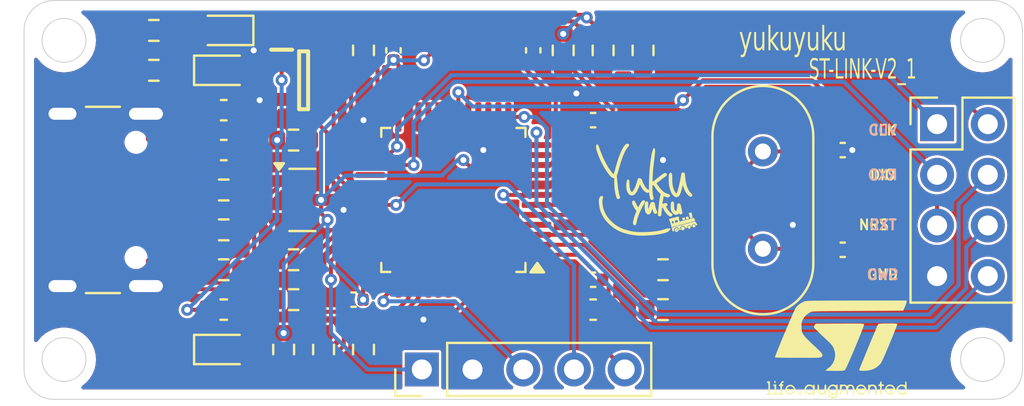
<source format=kicad_pcb>
(kicad_pcb (version 20240108) (generator "pcbnew") (generator_version "8.0")
  (title_block (title "ST-LINK-V2_1") (date "2024-08-02") (rev "Rev2") (company "yukuyuku4123"))
  (layers (0 "F.Cu" signal) (31 "B.Cu" signal) (34 "B.Paste" user) (35 "F.Paste" user) (36 "B.SilkS" user "B.Silkscreen") (37 "F.SilkS" user "F.Silkscreen") (38 "B.Mask" user) (39 "F.Mask" user) (44 "Edge.Cuts" user))
  (net 0 "")
  (net 1 "VCC")
  (net 2 "+3.3V")
  (net 3 "GND")
  (net 4 "/BOOT0")
  (net 5 "/PA0")
  (net 6 "/U_RENUMn")
  (net 7 "Net-(Q1-B)")
  (net 8 "Net-(Q1-E)")
  (net 9 "/D+")
  (net 10 "Net-(J1-CC2)")
  (net 11 "Net-(J1-CC1)")
  (net 12 "Net-(U1-PC13)")
  (net 13 "/NRST")
  (net 14 "/T_SWDIO")
  (net 15 "Net-(U1-PB12)")
  (net 16 "Net-(U1-PC14)")
  (net 17 "Net-(D1-A)")
  (net 18 "Net-(D2-K)")
  (net 19 "Net-(D3-A)")
  (net 20 "Net-(U1-PB3)")
  (net 21 "/T_SWCLK")
  (net 23 "/SWDIO")
  (net 28 "/T_JTDO")
  (net 31 "/OSC_OUT")
  (net 34 "/OSC_IN")
  (net 35 "/D-")
  (net 36 "/STA_LED")
  (net 37 "/T_RXD")
  (net 38 "/T_SWO")
  (net 39 "/T_TXD")
  (net 41 "/T_JTSK")
  (net 42 "/T_NRST")
  (net 46 "/MCO")
  (net 47 "/SWCLK")
  (net 49 "/T_JTDI")
  (net 50 "Net-(F1-Pad1)")
  (net 53 "/U_D-")
  (net 54 "/U_D+")
  (footprint "Package_TO_SOT_SMD:SOT-23" (layer "F.Cu") (at 98.9375 70)
    (property "Reference" "Q1" (hide yes))
    (property "Value" "MMBT3904" (hide yes))
  )
  (footprint "Fuse:Fuse_0603_1608Metric" (layer "F.Cu") (at 95 75.5 180)
    (property "Reference" "F1" (hide yes))
    (property "Value" "350mA" (hide yes))
  )
  (footprint "Logo:Yukuyuku" (layer "F.Cu") (at 116 69)
    (property "Reference" "G***" (hide yes))
    (property "Value" "LOGO" (hide yes))
  )
  (footprint "Capacitor_SMD:C_0402_1005Metric" (layer "F.Cu") (at 101.5 75 180)
    (property "Reference" "C10" (hide yes))
    (property "Value" "0.1uF" (hide yes))
  )
  (footprint "Capacitor_SMD:C_0603_1608Metric" (layer "F.Cu") (at 95 65.5 180)
    (property "Reference" "C3" (hide yes))
    (property "Value" "1uF" (hide yes))
  )
  (footprint "Resistor_SMD:R_0603_1608Metric" (layer "F.Cu") (at 95 71.5)
    (property "Reference" "R7" (hide yes))
    (property "Value" "5.1k" (hide yes))
  )
  (footprint "Capacitor_SMD:C_0402_1005Metric" (layer "F.Cu") (at 110.5 62.5 90)
    (property "Reference" "C1" (hide yes))
    (property "Value" "0.1uF" (hide yes))
  )
  (footprint "Connector_PinHeader_2.54mm:PinHeader_2x04_P2.54mm_Vertical" (layer "F.Cu") (at 130.725 66.2)
    (property "Reference" "J2" (hide yes))
    (property "Value" "OUTPUT" (hide yes))
  )
  (footprint "Resistor_SMD:R_0603_1608Metric" (layer "F.Cu") (at 91.5 63.5 180)
    (property "Reference" "R15" (hide yes))
    (property "Value" "1k" (hide yes))
  )
  (footprint "Resistor_SMD:R_0603_1608Metric" (layer "F.Cu") (at 95 73.5 180)
    (property "Reference" "R10" (hide yes))
    (property "Value" "39k" (hide yes))
  )
  (footprint "Capacitor_SMD:C_0402_1005Metric" (layer "F.Cu") (at 113.5 74 180)
    (property "Reference" "C5" (hide yes))
    (property "Value" "0.1uF" (hide yes))
  )
  (footprint "Capacitor_SMD:C_0402_1005Metric" (layer "F.Cu") (at 113.5 66)
    (property "Reference" "C6" (hide yes))
    (property "Value" "0.1uF" (hide yes))
  )
  (footprint "Resistor_SMD:R_0603_1608Metric" (layer "F.Cu") (at 112 62.5 -90)
    (property "Reference" "R4" (hide yes))
    (property "Value" "10k" (hide yes))
  )
  (footprint "Resistor_SMD:R_0603_1608Metric" (layer "F.Cu") (at 102 62.5 90)
    (property "Reference" "R3" (hide yes))
    (property "Value" "100R" (hide yes))
  )
  (footprint "Resistor_SMD:R_0603_1608Metric" (layer "F.Cu") (at 98.5 67)
    (property "Reference" "R9" (hide yes))
    (property "Value" "10k" (hide yes))
  )
  (footprint "Capacitor_SMD:C_0402_1005Metric" (layer "F.Cu") (at 103.5 62.5 90)
    (property "Reference" "C8" (hide yes))
    (property "Value" "0.1uF" (hide yes))
  )
  (footprint "Crystal:Crystal_HC49-4H_Vertical" (layer "F.Cu") (at 122 72.45 90)
    (property "Reference" "Y1" (hide yes))
    (property "Value" "8mHz" (hide yes))
  )
  (footprint "Capacitor_SMD:C_0402_1005Metric" (layer "F.Cu") (at 126 67.5)
    (property "Reference" "C9" (hide yes))
    (property "Value" "18pF" (hide yes))
  )
  (footprint "Resistor_SMD:R_0603_1608Metric" (layer "F.Cu") (at 116 62.5 90)
    (property "Reference" "R13" (hide yes))
    (property "Value" "4.7k" (hide yes))
  )
  (footprint "Connector_PinHeader_2.54mm:PinHeader_1x05_P2.54mm_Vertical" (layer "F.Cu") (at 104.92 78.5 90)
    (property "Reference" "J3" (hide yes))
    (property "Value" "frm" (hide yes))
  )
  (footprint "Logo:ST" (layer "F.Cu") (at 125.7 77.5)
    (property "Reference" "G***" (hide yes))
    (property "Value" "LOGO" (hide yes))
  )
  (footprint "Resistor_SMD:R_0603_1608Metric" (layer "F.Cu") (at 95 69.5 180)
    (property "Reference" "R6" (hide yes))
    (property "Value" "5.1k" (hide yes))
  )
  (footprint "Resistor_SMD:R_0603_1608Metric" (layer "F.Cu") (at 102 77.5 -90)
    (property "Reference" "R1" (hide yes))
    (property "Value" "10k" (hide yes))
  )
  (footprint "Resistor_SMD:R_0603_1608Metric" (layer "F.Cu") (at 114 62.5 -90)
    (property "Reference" "R12" (hide yes))
    (property "Value" "4.7k" (hide yes))
  )
  (footprint "Resistor_SMD:R_0603_1608Metric" (layer "F.Cu") (at 98 77.5 -90)
    (property "Reference" "R16" (hide yes))
    (property "Value" "1k" (hide yes))
  )
  (footprint "Resistor_SMD:R_0603_1608Metric" (layer "F.Cu") (at 98.5 75)
    (property "Reference" "R11" (hide yes))
    (property "Value" "100" (hide yes))
  )
  (footprint "Capacitor_SMD:C_0603_1608Metric" (layer "F.Cu") (at 95 67.5 180)
    (property "Reference" "C4" (hide yes))
    (property "Value" "1uF" (hide yes))
  )
  (footprint "Resistor_SMD:R_0603_1608Metric" (layer "F.Cu") (at 98.5 73)
    (property "Reference" "R8" (hide yes))
    (property "Value" "1.5k" (hide yes))
  )
  (footprint "LED_SMD:LED_0603_1608Metric" (layer "F.Cu") (at 95 63.5)
    (property "Reference" "D2" (hide yes))
    (property "Value" "LED" (hide yes))
  )
  (footprint "LED_SMD:LED_0603_1608Metric" (layer "F.Cu") (at 95 61.5 180)
    (property "Reference" "D1" (hide yes))
    (property "Value" "LED" (hide yes))
  )
  (footprint "Resistor_SMD:R_0603_1608Metric" (layer "F.Cu") (at 91.5 61.5)
    (property "Reference" "R14" (hide yes))
    (property "Value" "1k" (hide yes))
  )
  (footprint "Package_QFP:LQFP-48_7x7mm_P0.5mm" (layer "F.Cu") (at 106.5 70 180)
    (property "Reference" "U1" (hide yes))
    (property "Value" "STM32F103CBTx" (hide yes))
  )
  (footprint "Connector_USB:USB_C_Receptacle_GCT_USB4105-xx-A_16P_TopMnt_Horizontal" (layer "F.Cu") (at 88 70 -90)
    (property "Reference" "J1" (hide yes))
    (property "Value" "USB_C_Receptacle_USB2.0_16P" (hide yes))
  )
  (footprint "Capacitor_SMD:C_0402_1005Metric" (layer "F.Cu") (at 126 72.5)
    (property "Reference" "C7" (hide yes))
    (property "Value" "18pF" (hide yes))
  )
  (footprint "Resistor_SMD:R_0603_1608Metric" (layer "F.Cu") (at 117 75.5)
    (property "Reference" "R5" (hide yes))
    (property "Value" "10k" (hide yes))
  )
  (footprint "Capacitor_SMD:C_0603_1608Metric" (layer "F.Cu") (at 113.5 75.5 180)
    (property "Reference" "C2" (hide yes))
    (property "Value" "4.7uF" (hide yes))
  )
  (footprint "SamacSys_Parts:SOT96P240X135-3N" (layer "F.Cu") (at 99 64)
    (property "Reference" "IC1" (hide yes))
    (property "Value" "AP7333-33SAG-7" (hide yes))
  )
  (footprint "LED_SMD:LED_0603_1608Metric" (layer "F.Cu") (at 95 77.5)
    (property "Reference" "D3" (hide yes))
    (property "Value" "LED" (hide yes))
  )
  (footprint "Resistor_SMD:R_0603_1608Metric" (layer "F.Cu") (at 117 73.5)
    (property "Reference" "R2" (hide yes))
    (property "Value" "10k" (hide yes))
  )
  (footprint "Resistor_SMD:R_0603_1608Metric" (layer "F.Cu") (at 100 77.5 90)
    (property "Reference" "R17" (hide yes))
    (property "Value" "10k" (hide yes))
  )
  (gr_line (start 85 78.5) (end 85 61.5) (stroke (width 0.05)) (layer "Edge.Cuts"))
  (gr_circle (center 133 62) (end 134.1 62) (stroke (width 0.05)) (fill none) (layer "Edge.Cuts"))
  (gr_circle (center 87 78) (end 88.1 78) (stroke (width 0.05)) (fill none) (layer "Edge.Cuts"))
  (gr_arc (start 85 61.5) (mid 85.43934 60.43934) (end 86.5 60) (stroke (width 0.05)) (layer "Edge.Cuts"))
  (gr_arc (start 135 78.5) (mid 134.56066 79.56066) (end 133.5 80) (stroke (width 0.05)) (layer "Edge.Cuts"))
  (gr_arc (start 86.5 80) (mid 85.43934 79.56066) (end 85 78.5) (stroke (width 0.05)) (layer "Edge.Cuts"))
  (gr_line (start 135 61.5) (end 135 78.5) (stroke (width 0.05)) (layer "Edge.Cuts"))
  (gr_arc (start 133.5 60) (mid 134.56066 60.43934) (end 135 61.5) (stroke (width 0.05)) (layer "Edge.Cuts"))
  (gr_circle (center 87 62) (end 88.1 62) (stroke (width 0.05)) (fill none) (layer "Edge.Cuts"))
  (gr_line (start 86.5 60) (end 133.5 60) (stroke (width 0.05)) (layer "Edge.Cuts"))
  (gr_line (start 133.5 80) (end 86.5 80) (stroke (width 0.05)) (layer "Edge.Cuts"))
  (gr_circle (center 133 78) (end 134.1 78) (stroke (width 0.05)) (fill none) (layer "Edge.Cuts"))
  (gr_text "SWO" (at 128 73.75 0) (layer "B.SilkS") (effects (font (size 0.5 0.5) (thickness 0.1)) (justify mirror)))
  (gr_text "RXD" (at 128 68.75 0) (layer "B.SilkS") (effects (font (size 0.5 0.5) (thickness 0.1)) (justify mirror)))
  (gr_text "VDD" (at 128 66.5 -0) (layer "B.SilkS") (effects (font (size 0.5 0.5) (thickness 0.1)) (justify mirror)))
  (gr_text "TXD" (at 128 71.25 0) (layer "B.SilkS") (effects (font (size 0.5 0.5) (thickness 0.1)) (justify mirror)))
  (gr_text "yukuyuku" (at 123.5 62 0) (layer "F.SilkS") (effects (font (size 1.2 0.8) (thickness 0.1))))
  (gr_text "CLK" (at 128 66.5 0) (layer "F.SilkS") (effects (font (size 0.5 0.5) (thickness 0.1))))
  (gr_text "DIO" (at 128 68.75 0) (layer "F.SilkS") (effects (font (size 0.5 0.5) (thickness 0.1))))
  (gr_text "NRST" (at 127.75 71.25 0) (layer "F.SilkS") (effects (font (size 0.5 0.5) (thickness 0.1))))
  (gr_text "GND" (at 128 73.75 0) (layer "F.SilkS") (effects (font (size 0.5 0.5) (thickness 0.1))))
  (gr_text "ST-LINK-V2_1" (at 127 63.5 0) (layer "F.SilkS") (effects (font (size 1 0.6) (thickness 0.1))))
  (segment (start 97.9 63.04) (end 97.9 63.99) (width 0.2) (layer "F.Cu") (net 1))
  (segment (start 95.775 65.5) (end 95.775 65.165) (width 0.2) (layer "F.Cu") (net 1))
  (segment (start 93.17 75.51) (end 94.2025 75.51) (width 0.2) (layer "F.Cu") (net 1))
  (segment (start 94.2025 75.51) (end 94.2125 75.5) (width 0.2) (layer "F.Cu") (net 1))
  (segment (start 95.775 65.165) (end 97.9 63.04) (width 0.2) (layer "F.Cu") (net 1))
  (via (at 93.17 75.51) (size 0.6) (drill 0.3) (layers "F.Cu" "B.Cu") (net 1))
  (via (at 97.9 63.99) (size 0.6) (drill 0.3) (layers "F.Cu" "B.Cu") (net 1))
  (via (at 97.675 67) (size 0.6) (drill 0.3) (layers "F.Cu" "B.Cu") (net 1))
  (segment (start 97.675 67) (end 97.675 71.005) (width 0.2) (layer "B.Cu") (net 1))
  (segment (start 97.675 71.005) (end 93.17 75.51) (width 0.2) (layer "B.Cu") (net 1))
  (segment (start 97.9 63.99) (end 97.9 66.775) (width 0.2) (layer "B.Cu") (net 1))
  (segment (start 97.9 66.775) (end 97.675 67) (width 0.2) (layer "B.Cu") (net 1))
  (segment (start 108.50417 72.75) (end 109.25 73.49583) (width 0.2) (layer "F.Cu") (net 2))
  (segment (start 114.275 74.295) (end 113.98 74) (width 0.2) (layer "F.Cu") (net 2))
  (segment (start 91.9 62.725) (end 94.652186 62.725) (width 0.2) (layer "F.Cu") (net 2))
  (segment (start 99.875 70) (end 99.875 70.675) (width 0.2) (layer "F.Cu") (net 2))
  (segment (start 127.875 60.81) (end 114.865 60.81) (width 0.2) (layer "F.Cu") (net 2))
  (segment (start 95.025 66.75) (end 95.775 67.5) (width 0.2) (layer "F.Cu") (net 2))
  (segment (start 98.51 64.96) (end 97.9 64.96) (width 0.2) (layer "F.Cu") (net 2))
  (segment (start 113.18 60.85) (end 113.051 60.721) (width 0.2) (layer "F.Cu") (net 2))
  (segment (start 114.275 75.5) (end 114.275 77.695) (width 0.2) (layer "F.Cu") (net 2))
  (segment (start 113.02 67.05917) (end 111.32917 68.75) (width 0.2) (layer "F.Cu") (net 2))
  (segment (start 110.6625 72.75) (end 112.73 72.75) (width 0.2) (layer "F.Cu") (net 2))
  (segment (start 95.775 67.5) (end 95.775 67.085) (width 0.2) (layer "F.Cu") (net 2))
  (segment (start 112.73 72.75) (end 113.98 74) (width 0.2) (layer "F.Cu") (net 2))
  (segment (start 101.98 73.1075) (end 102.3375 72.75) (width 0.2) (layer "F.Cu") (net 2))
  (segment (start 102.3375 72.75) (end 108.50417 72.75) (width 0.2) (layer "F.Cu") (net 2))
  (segment (start 107.75 68.75) (end 107 68) (width 0.2) (layer "F.Cu") (net 2))
  (segment (start 98 76.675) (end 100 76.675) (width 0.2) (layer "F.Cu") (net 2))
  (segment (start 109.25 73.49583) (end 109.25 74.1625) (width 0.2) (layer "F.Cu") (net 2))
  (segment (start 100.175 66.625) (end 98.51 64.96) (width 0.2) (layer "F.Cu") (net 2))
  (segment (start 99.875 70.675) (end 100.2 71) (width 0.2) (layer "F.Cu") (net 2))
  (segment (start 94.652186 62.725) (end 95.025 63.097814) (width 0.2) (layer "F.Cu") (net 2))
  (segment (start 109.25 74.1625) (end 110.6625 72.75) (width 0.2) (layer "F.Cu") (net 2))
  (segment (start 103.75 63.23) (end 103.5 62.98) (width 0.2) (layer "F.Cu") (net 2))
  (segment (start 101.98 75) (end 101.98 73.1075) (width 0.2) (layer "F.Cu") (net 2))
  (segment (start 111.32917 68.75) (end 110.6625 68.75) (width 0.2) (layer "F.Cu") (net 2))
  (segment (start 114.275 75.5) (end 114.275 74.295) (width 0.2) (layer "F.Cu") (net 2))
  (segment (start 113.051 60.721) (end 107.309 60.721) (width 0.2) (layer "F.Cu") (net 2))
  (segment (start 107.309 60.721) (end 105.03 63) (width 0.2) (layer "F.Cu") (net 2))
  (segment (start 133.265 66.2) (end 127.875 60.81) (width 0.2) (layer "F.Cu") (net 2))
  (segment (start 95.775 67.085) (end 97.9 64.96) (width 0.2) (layer "F.Cu") (net 2))
  (segment (start 114.865 60.81) (end 114 61.675) (width 0.2) (layer "F.Cu") (net 2))
  (segment (start 103.75 65.8375) (end 103.75 63.23) (width 0.2) (layer "F.Cu") (net 2))
  (segment (start 110.6625 68.75) (end 107.75 68.75) (width 0.2) (layer "F.Cu") (net 2))
  (segment (start 113.02 66) (end 113.02 67.05917) (width 0.2) (layer "F.Cu") (net 2))
  (segment (start 114.275 77.695) (end 115.08 78.5) (width 0.2) (layer "F.Cu") (net 2))
  (segment (start 100.175 69.7) (end 100.175 66.625) (width 0.2) (layer "F.Cu") (net 2))
  (segment (start 114 61.675) (end 114 61.67) (width 0.2) (layer "F.Cu") (net 2))
  (segment (start 99.875 70) (end 100.175 69.7) (width 0.2) (layer "F.Cu") (net 2))
  (segment (start 90.675 61.5) (end 91.9 62.725) (width 0.2) (layer "F.Cu") (net 2))
  (segment (start 95.025 63.097814) (end 95.025 66.75) (width 0.2) (layer "F.Cu") (net 2))
  (segment (start 114 61.67) (end 113.18 60.85) (width 0.2) (layer "F.Cu") (net 2))
  (via (at 101.98 75) (size 0.6) (drill 0.3) (layers "F.Cu" "B.Cu") (net 2))
  (via (at 98 76.675) (size 0.6) (drill 0.3) (layers "F.Cu" "B.Cu") (net 2))
  (via (at 103.5 62.98) (size 0.6) (drill 0.3) (layers "F.Cu" "B.Cu") (net 2))
  (via (at 113.18 60.85) (size 0.6) (drill 0.3) (layers "F.Cu" "B.Cu") (net 2))
  (via (at 99.875 70) (size 0.6) (drill 0.3) (layers "F.Cu" "B.Cu") (net 2))
  (via (at 105.03 63) (size 0.6) (drill 0.3) (layers "F.Cu" "B.Cu") (net 2))
  (via (at 100.2 71) (size 0.6) (drill 0.3) (layers "F.Cu" "B.Cu") (net 2))
  (via (at 112 61.675) (size 0.6) (drill 0.3) (layers "F.Cu" "B.Cu") (net 2))
  (via (at 107 68) (size 0.6) (drill 0.3) (layers "F.Cu" "B.Cu") (net 2))
  (segment (start 106.71 68) (end 107 68) (width 0.2) (layer "B.Cu") (net 2))
  (segment (start 100.2 73.028291) (end 101.98 74.808291) (width 0.2) (layer "B.Cu") (net 2))
  (segment (start 100.2 71) (end 98 73.2) (width 0.2) (layer "B.Cu") (net 2))
  (segment (start 103.52 63) (end 103.5 62.98) (width 0.2) (layer "B.Cu") (net 2))
  (segment (start 100.2 71) (end 100.2 73.028291) (width 0.2) (layer "B.Cu") (net 2))
  (segment (start 105.933 68.777) (end 101.098 68.777) (width 0.2) (layer "B.Cu") (net 2))
  (segment (start 112.825 60.85) (end 112 61.675) (width 0.2) (layer "B.Cu") (net 2))
  (segment (start 105.03 63) (end 103.52 63) (width 0.2) (layer "B.Cu") (net 2))
  (segment (start 101.98 74.808291) (end 101.98 75) (width 0.2) (layer "B.Cu") (net 2))
  (segment (start 103.5 62.98) (end 99.875 66.605) (width 0.2) (layer "B.Cu") (net 2))
  (segment (start 105.933 68.777) (end 106.71 68) (width 0.2) (layer "B.Cu") (net 2))
  (segment (start 113.18 60.85) (end 112.825 60.85) (width 0.2) (layer "B.Cu") (net 2))
  (segment (start 98 73.2) (end 98 76.675) (width 0.2) (layer "B.Cu") (net 2))
  (segment (start 101.098 68.777) (end 99.875 70) (width 0.2) (layer "B.Cu") (net 2))
  (segment (start 99.875 66.605) (end 99.875 70) (width 0.2) (layer "B.Cu") (net 2))
  (segment (start 90.048 62.873) (end 90.675 63.5) (width 0.2) (layer "F.Cu") (net 3))
  (segment (start 86.925 74.32) (end 91.105 74.32) (width 0.2) (layer "F.Cu") (net 3))
  (segment (start 94.2125 77.5) (end 94.9145 76.798) (width 0.2) (layer "F.Cu") (net 3))
  (segment (start 111.399999 69.25) (end 110.6625 69.25) (width 0.2) (layer "F.Cu") (net 3))
  (segment (start 112.481 62.653) (end 113.29 63.462) (width 0.2) (layer "F.Cu") (net 3))
  (segment (start 91.105 65.68) (end 86.925 65.68) (width 0.2) (layer "F.Cu") (net 3))
  (segment (start 116.702 62.377) (end 116.702 66.014) (width 0.2) (layer "F.Cu") (net 3))
  (segment (start 91.105 74.3925) (end 94.2125 77.5) (width 0.2) (layer "F.Cu") (net 3))
  (segment (start 94.175 73.5) (end 94.175 73.15) (width 0.2) (layer "F.Cu") (net 3))
  (segment (start 126.352898 72.5) (end 126.48 72.5) (width 0.2) (layer "F.Cu") (net 3))
  (segment (start 125.352898 73.5) (end 126.352898 72.5) (width 0.2) (layer "F.Cu") (net 3))
  (segment (start 100.1 64) (end 100.1 63.34) (width 0.2) (layer "F.Cu") (net 3))
  (segment (start 86.925 74.32) (end 86.925 65.68) (width 0.2) (layer "F.Cu") (net 3))
  (segment (start 107.46 78.5) (end 108.75 77.21) (width 0.2) (layer "F.Cu") (net 3))
  (segment (start 94.9145 76.798) (end 95.632 76.798) (width 0.2) (layer "F.Cu") (net 3))
  (segment (start 94.225 65.5) (end 94.225 67.5) (width 0.2) (layer "F.Cu") (net 3))
  (segment (start 108.75 74.1625) (end 108.75 74.899999) (width 0.2) (layer "F.Cu") (net 3))
  (segment (start 101.67083 72.25) (end 102.3375 72.25) (width 0.2) (layer "F.Cu") (net 3))
  (segment (start 102.902 77.423) (end 106.383 77.423) (width 0.2) (layer "F.Cu") (net 3))
  (segment (start 94.64 73.5) (end 94.175 73.5) (width 0.2) (layer "F.Cu") (net 3))
  (segment (start 91.285 65.5) (end 91.105 65.68) (width 0.2) (layer "F.Cu") (net 3))
  (segment (start 90.292588 60.798) (end 90.048 61.042588) (width 0.2) (layer "F.Cu") (net 3))
  (segment (start 95.825 69.5) (end 94.225 67.9) (width 0.2) (layer "F.Cu") (net 3))
  (segment (start 91.105 65.68) (end 91.105 66.225) (width 0.2) (layer "F.Cu") (net 3))
  (segment (start 125.573 66.593) (end 116.123 66.593) (width 0.2) (layer "F.Cu") (net 3))
  (segment (start 116.123 66.593) (end 113.482 63.952) (width 0.2) (layer "F.Cu") (net 3))
  (segment (start 109.350001 75.5) (end 112.725 75.5) (width 0.2) (layer "F.Cu") (net 3))
  (segment (start 126.48 67.5) (end 126.48 72.5) (width 0.2) (layer "F.Cu") (net 3))
  (segment (start 110.6355 69.223) (end 106.27717 69.223) (width 0.2) (layer "F.Cu") (net 3))
  (segment (start 95.632 76.798) (end 96.452 75.978) (width 0.2) (layer "F.Cu") (net 3))
  (segment (start 108.75 77.21) (end 108.75 74.1625) (width 0.2) (layer "F.Cu") (net 3))
  (segment (start 102.528 61.048) (end 103.5 62.02) (width 0.2) (layer "F.Cu") (net 3))
  (segment (start 126.48 67.5) (end 125.573 66.593) (width 0.2) (layer "F.Cu") (net 3))
  (segment (start 95.825 69.5) (end 95.825 71.5) (width 0.2) (layer "F.Cu") (net 3))
  (segment (start 127.8 73.82) (end 126.48 72.5) (width 0.2) (layer "F.Cu") (net 3))
  (segment (start 101.373 78.952) (end 102 78.325) (width 0.2) (layer "F.Cu") (net 3))
  (segment (start 91.105 73.775) (end 91.68 73.2) (width 0.2) (layer "F.Cu") (net 3))
  (segment (start 90.048 61.042588) (end 90.048 62.873) (width 0.2) (layer "F.Cu") (net 3))
  (segment (start 111.133 62.653) (end 112.481 62.653) (width 0.2) (layer "F.Cu") (net 3))
  (segment (start 117.825 75.5) (end 117.825 73.5) (width 0.2) (layer "F.Cu") (net 3))
  (segment (start 108.75 74.899999) (end 109.350001 75.5) (width 0.2) (layer "F.Cu") (net 3))
  (segment (start 113.98 65.98) (end 112.66 64.66) (width 0.2) (layer "F.Cu") (net 3))
  (segment (start 104.25 65.8375) (end 104.25 67.244709) (width 0.2) (layer "F.Cu") (net 3))
  (segment (start 100.1 63.34) (end 97.558 60.798) (width 0.2) (layer "F.Cu") (net 3))
  (segment (start 113.02 74) (end 113.02 75.205) (width 0.2) (layer "F.Cu") (net 3))
  (segment (start 90.675 65.25) (end 91.105 65.68) (width 0.2) (layer "F.Cu") (net 3))
  (segment (start 101.02 72.90083) (end 101.67083 72.25) (width 0.2) (layer "F.Cu") (net 3))
  (segment (start 103.25017 72.25) (end 102.3375 72.25) (width 0.2) (layer "F.Cu") (net 3))
  (segment (start 113.98 66) (end 113.98 66.669999) (width 0.2) (layer "F.Cu") (net 3))
  (segment (start 103.5 62.02) (end 104.25 62.77) (width 0.2) (layer "F.Cu") (net 3))
  (segment (start 95.6645 78.952) (end 101.373 78.952) (width 0.2) (layer "F.Cu") (net 3))
  (segment (start 104.25 62.77) (end 104.25 65.8375) (width 0.2) (layer "F.Cu") (net 3))
  (segment (start 110.6625 69.25) (end 110.6355 69.223) (width 0.2) (layer "F.Cu") (net 3))
  (segment (start 91.105 74.32) (end 91.105 73.775) (width 0.2) (layer "F.Cu") (net 3))
  (segment (start 117.825 73.5) (end 125.352898 73.5) (width 0.2) (layer "F.Cu") (net 3))
  (segment (start 94.2125 77.5) (end 95.6645 78.952) (width 0.2) (layer "F.Cu") (net 3))
  (segment (start 94.175 73.15) (end 95.825 71.5) (width 0.2) (layer "F.Cu") (net 3))
  (segment (start 96.452 75.978) (end 96.452 75.052) (width 0.2) (layer "F.Cu") (net 3))
  (segment (start 104.25 67.244709) (end 106.228291 69.223) (width 0.2) (layer "F.Cu") (net 3))
  (segment (start 94.225 65.5) (end 91.285 65.5) (width 0.2) (layer "F.Cu") (net 3))
  (segment (start 101.02 75) (end 101.02 72.90083) (width 0.2) (layer "F.Cu") (net 3))
  (segment (start 101.542588 61.048) (end 102.528 61.048) (width 0.2) (layer "F.Cu") (net 3))
  (segment (start 91.105 74.32) (end 91.105 74.3925) (width 0.2) (layer "F.Cu") (net 3))
  (segment (start 97.558 60.798) (end 90.292588 60.798) (width 0.2) (layer "F.Cu") (net 3))
  (segment (start 113.98 66.669999) (end 111.399999 69.25) (width 0.2) (layer "F.Cu") (net 3))
  (segment (start 116.702 66.014) (end 116.123 66.593) (width 0.2) (layer "F.Cu") (net 3))
  (segment (start 116 61.675) (end 116.702 62.377) (width 0.2) (layer "F.Cu") (net 3))
  (segment (start 91.105 66.225) (end 91.68 66.8) (width 0.2) (layer "F.Cu") (net 3))
  (segment (start 110.5 62.02) (end 111.133 62.653) (width 0.2) (layer "F.Cu") (net 3))
  (segment (start 100.1 64) (end 100.1 62.490588) (width 0.2) (layer "F.Cu") (net 3))
  (segment (start 106.383 77.423) (end 107.46 78.5) (width 0.2) (layer "F.Cu") (net 3))
  (segment (start 130.725 73.82) (end 127.8 73.82) (width 0.2) (layer "F.Cu") (net 3))
  (segment (start 95.342 74.202) (end 94.64 73.5) (width 0.2) (layer "F.Cu") (net 3))
  (segment (start 113.29 63.462) (end 113.29 63.76) (width 0.2) (layer "F.Cu") (net 3))
  (segment (start 106.228291 69.223) (end 106.27717 69.223) (width 0.2) (layer "F.Cu") (net 3))
  (segment (start 113.98 66) (end 113.98 65.98) (width 0.2) (layer "F.Cu") (net 3))
  (segment (start 113.02 75.205) (end 112.725 75.5) (width 0.2) (layer "F.Cu") (net 3))
  (segment (start 94.225 67.9) (end 94.225 67.5) (width 0.2) (layer "F.Cu") (net 3))
  (segment (start 96.452 75.052) (end 95.602 74.202) (width 0.2) (layer "F.Cu") (net 3))
  (segment (start 100.1 62.490588) (end 101.542588 61.048) (width 0.2) (layer "F.Cu") (net 3))
  (segment (start 113.29 63.76) (end 113.482 63.952) (width 0.2) (layer "F.Cu") (net 3))
  (segment (start 90.675 63.5) (end 90.675 65.25) (width 0.2) (layer "F.Cu") (net 3))
  (segment (start 95.602 74.202) (end 95.342 74.202) (width 0.2) (layer "F.Cu") (net 3))
  (segment (start 106.27717 69.223) (end 103.25017 72.25) (width 0.2) (layer "F.Cu") (net 3))
  (segment (start 102 78.325) (end 102.902 77.423) (width 0.2) (layer "F.Cu") (net 3))
  (via (at 117 68) (size 0.6) (drill 0.3) (layers "F.Cu" "B.Cu") (net 3))
  (via (at 108 67.5) (size 0.6) (drill 0.3) (layers "F.Cu" "B.Cu") (net 3))
  (via (at 101 70.5) (size 0.6) (drill 0.3) (layers "F.Cu" "B.Cu") (net 3))
  (via (at 123.5 71.25) (size 0.6) (drill 0.3) (layers "F.Cu" "B.Cu") (net 3))
  (via (at 112.66 64.66) (size 0.6) (drill 0.3) (layers "F.Cu" "B.Cu") (net 3))
  (via (at 96.8 65) (size 0.6) (drill 0.3) (layers "F.Cu" "B.Cu") (net 3))
  (via (at 105 76) (size 0.6) (drill 0.3) (layers "F.Cu" "B.Cu") (net 3))
  (via (at 96.5 62.5) (size 0.6) (drill 0.3) (layers "F.Cu" "B.Cu") (net 3))
  (via (at 102 66) (size 0.6) (drill 0.3) (layers "F.Cu" "B.Cu") (net 3))
  (via (at 126.48 67.5) (size 0.6) (drill 0.3) (layers "F.Cu" "B.Cu") (net 3))
  (segment (start 112.847 64.473) (end 123.453 64.473) (width 0.2) (layer "B.Cu") (net 3))
  (segment (start 123.453 64.473) (end 126.48 67.5) (width 0.2) (layer "B.Cu") (net 3))
  (segment (start 112.66 64.66) (end 112.847 64.473) (width 0.2) (layer "B.Cu") (net 3))
  (segment (start 102 76.675) (end 105.50741 76.675) (width 0.2) (layer "F.Cu") (net 4))
  (segment (start 105.50741 76.675) (end 107.25 74.93241) (width 0.2) (layer "F.Cu") (net 4))
  (segment (start 107.25 74.93241) (end 107.25 74.1625) (width 0.2) (layer "F.Cu") (net 4))
  (segment (start 111.627 67.95217) (end 111.627 64.947) (width 0.2) (layer "F.Cu") (net 5))
  (segment (start 113.298 62.623) (end 114 63.325) (width 0.2) (layer "F.Cu") (net 5))
  (segment (start 112.508 61.048) (end 113.298 61.838) (width 0.2) (layer "F.Cu") (net 5))
  (segment (start 109.95 61.737102) (end 110.639102 61.048) (width 0.2) (layer "F.Cu") (net 5))
  (segment (start 114 63.325) (end 116 63.325) (width 0.2) (layer "F.Cu") (net 5))
  (segment (start 111.32917 68.25) (end 111.627 67.95217) (width 0.2) (layer "F.Cu") (net 5))
  (segment (start 109.95 63.27) (end 109.95 61.737102) (width 0.2) (layer "F.Cu") (net 5))
  (segment (start 113.298 61.838) (end 113.298 62.623) (width 0.2) (layer "F.Cu") (net 5))
  (segment (start 111.627 64.947) (end 109.95 63.27) (width 0.2) (layer "F.Cu") (net 5))
  (segment (start 110.6625 68.25) (end 111.32917 68.25) (width 0.2) (layer "F.Cu") (net 5))
  (segment (start 110.639102 61.048) (end 112.508 61.048) (width 0.2) (layer "F.Cu") (net 5))
  (segment (start 104.25 74.95) (end 104.25 74.1625) (width 0.2) (layer "F.Cu") (net 6))
  (segment (start 103.59 75.61) (end 104.25 74.95) (width 0.2) (layer "F.Cu") (net 6))
  (segment (start 99.325 75) (end 99.935 75.61) (width 0.2) (layer "F.Cu") (net 6))
  (segment (start 99.935 75.61) (end 103.59 75.61) (width 0.2) (layer "F.Cu") (net 6))
  (segment (start 98 69.05) (end 99.325 67.725) (width 0.2) (layer "F.Cu") (net 7))
  (segment (start 99.325 67.725) (end 99.325 67) (width 0.2) (layer "F.Cu") (net 7))
  (segment (start 96.525 72.8) (end 96.525 70.525) (width 0.2) (layer "F.Cu") (net 7))
  (segment (start 96.525 70.525) (end 98 69.05) (width 0.2) (layer "F.Cu") (net 7))
  (segment (start 95.825 73.5) (end 96.525 72.8) (width 0.2) (layer "F.Cu") (net 7))
  (segment (start 96.175 73.5) (end 97.675 75) (width 0.2) (layer "F.Cu") (net 7))
  (segment (start 95.825 73.5) (end 96.175 73.5) (width 0.2) (layer "F.Cu") (net 7))
  (segment (start 97.675 71.275) (end 98 70.95) (width 0.2) (layer "F.Cu") (net 8))
  (segment (start 97.675 73) (end 97.675 71.275) (width 0.2) (layer "F.Cu") (net 8))
  (segment (start 99.325 73) (end 101.075 71.25) (width 0.2) (layer "F.Cu") (net 9))
  (segment (start 101.075 71.25) (end 102.3375 71.25) (width 0.2) (layer "F.Cu") (net 9))
  (segment (start 92.69 71.75) (end 91.68 71.75) (width 0.2) (layer "F.Cu") (net 10))
  (segment (start 94.175 71.5) (end 92.94 71.5) (width 0.2) (layer "F.Cu") (net 10))
  (segment (start 92.94 71.5) (end 92.69 71.75) (width 0.2) (layer "F.Cu") (net 10))
  (segment (start 93.025686 69.39) (end 93.03 69.39) (width 0.2) (layer "F.Cu") (net 11))
  (segment (start 93.14 69.5) (end 94.175 69.5) (width 0.2) (layer "F.Cu") (net 11))
  (segment (start 93.03 69.39) (end 93.14 69.5) (width 0.2) (layer "F.Cu") (net 11))
  (segment (start 91.68 68.75) (end 92.385686 68.75) (width 0.2) (layer "F.Cu") (net 11))
  (segment (start 92.385686 68.75) (end 93.025686 69.39) (width 0.2) (layer "F.Cu") (net 11))
  (segment (start 116.175 75.362102) (end 116.175 75.5) (width 0.2) (layer "F.Cu") (net 12))
  (segment (start 113.062898 72.25) (end 116.175 75.362102) (width 0.2) (layer "F.Cu") (net 12))
  (segment (start 110.6625 72.25) (end 113.062898 72.25) (width 0.2) (layer "F.Cu") (net 12))
  (segment (start 109 69.75) (end 110.6625 69.75) (width 0.2) (layer "F.Cu") (net 13))
  (segment (start 111.399999 69.75) (end 114.487 66.662999) (width 0.2) (layer "F.Cu") (net 13))
  (segment (start 114.487 66.662999) (end 114.487 65.467) (width 0.2) (layer "F.Cu") (net 13))
  (segment (start 110.5 62.98) (end 111.655 62.98) (width 0.2) (layer "F.Cu") (net 13))
  (segment (start 112.345 63.325) (end 112 63.325) (width 0.2) (layer "F.Cu") (net 13))
  (segment (start 114.487 65.467) (end 112.345 63.325) (width 0.2) (layer "F.Cu") (net 13))
  (segment (start 111.655 62.98) (end 112 63.325) (width 0.2) (layer "F.Cu") (net 13))
  (segment (start 110.6625 69.75) (end 111.399999 69.75) (width 0.2) (layer "F.Cu") (net 13))
  (via (at 109 69.75) (size 0.6) (drill 0.3) (layers "F.Cu" "B.Cu") (net 13))
  (segment (start 112.54 78.5) (end 112.54 73.29) (width 0.2) (layer "B.Cu") (net 13))
  (segment (start 112.54 73.29) (end 109 69.75) (width 0.2) (layer "B.Cu") (net 13))
  (segment (start 101.67083 68.25) (end 102.3375 68.25) (width 0.2) (layer "F.Cu") (net 14))
  (segment (start 102 63.325) (end 101.373 63.952) (width 0.2) (layer "F.Cu") (net 14))
  (segment (start 101.373 67.95217) (end 101.67083 68.25) (width 0.2) (layer "F.Cu") (net 14))
  (segment (start 101.373 63.952) (end 101.373 67.95217) (width 0.2) (layer "F.Cu") (net 14))
  (segment (start 104.51 68.25) (end 102.3375 68.25) (width 0.2) (layer "F.Cu") (net 14))
  (via (at 104.51 68.25) (size 0.6) (drill 0.3) (layers "F.Cu" "B.Cu") (net 14))
  (segment (start 106.531709 64.073) (end 104.51 66.094709) (width 0.2) (layer "B.Cu") (net 14))
  (segment (start 126.058 64.073) (end 106.531709 64.073) (width 0.2) (layer "B.Cu") (net 14))
  (segment (start 130.725 68.74) (end 126.058 64.073) (width 0.2) (layer "B.Cu") (net 14))
  (segment (start 104.51 66.094709) (end 104.51 68.25) (width 0.2) (layer "B.Cu") (net 14))
  (segment (start 102.702 62.377) (end 102.702 66.8855) (width 0.2) (layer "F.Cu") (net 15))
  (segment (start 102.702 66.8855) (end 102.3375 67.25) (width 0.2) (layer "F.Cu") (net 15))
  (segment (start 102 61.675) (end 102.702 62.377) (width 0.2) (layer "F.Cu") (net 15))
  (segment (start 114.425 71.75) (end 110.6625 71.75) (width 0.2) (layer "F.Cu") (net 16))
  (segment (start 116.175 73.5) (end 114.425 71.75) (width 0.2) (layer "F.Cu") (net 16))
  (segment (start 92.325 61.5) (end 94.2125 61.5) (width 0.2) (layer "F.Cu") (net 17))
  (segment (start 92.325 63.5) (end 94.2125 63.5) (width 0.2) (layer "F.Cu") (net 18))
  (segment (start 97.175 77.5) (end 98 78.325) (width 0.2) (layer "F.Cu") (net 19))
  (segment (start 95.7875 77.5) (end 97.175 77.5) (width 0.2) (layer "F.Cu") (net 19))
  (segment (start 101.01 77.315) (end 101.01 76.580588) (width 0.2) (layer "F.Cu") (net 20))
  (segment (start 101.653588 75.937) (end 103.733 75.937) (width 0.2) (layer "F.Cu") (net 20))
  (segment (start 103.733 75.937) (end 104.75 74.92) (width 0.2) (layer "F.Cu") (net 20))
  (segment (start 104.75 74.92) (end 104.75 74.1625) (width 0.2) (layer "F.Cu") (net 20))
  (segment (start 101.01 76.580588) (end 101.653588 75.937) (width 0.2) (layer "F.Cu") (net 20))
  (segment (start 100 78.325) (end 101.01 77.315) (width 0.2) (layer "F.Cu") (net 20))
  (segment (start 103.68 67.32) (end 103.25 67.75) (width 0.2) (layer "F.Cu") (net 21))
  (segment (start 103.25 67.75) (end 102.3375 67.75) (width 0.2) (layer "F.Cu") (net 21))
  (via (at 103.68 67.32) (size 0.6) (drill 0.3) (layers "F.Cu" "B.Cu") (net 21))
  (segment (start 130.725 66.2) (end 128.271 63.746) (width 0.2) (layer "B.Cu") (net 21))
  (segment (start 106.396261 63.746) (end 103.68 66.462261) (width 0.2) (layer "B.Cu") (net 21))
  (segment (start 128.271 63.746) (end 106.396261 63.746) (width 0.2) (layer "B.Cu") (net 21))
  (segment (start 103.68 66.462261) (end 103.68 67.32) (width 0.2) (layer "B.Cu") (net 21))
  (segment (start 101.67083 71.75) (end 102.3375 71.75) (width 0.2) (layer "F.Cu") (net 23))
  (segment (start 101.67083 71.75) (end 100.37 73.05083) (width 0.2) (layer "F.Cu") (net 23))
  (segment (start 100.37 73.05083) (end 100.37 74) (width 0.2) (layer "F.Cu") (net 23))
  (via (at 100.37 74) (size 0.6) (drill 0.3) (layers "F.Cu" "B.Cu") (net 23))
  (segment (start 100.37 74) (end 100.37 76.67) (width 0.2) (layer "B.Cu") (net 23))
  (segment (start 102.2 78.5) (end 104.92 78.5) (width 0.2) (layer "B.Cu") (net 23))
  (segment (start 100.37 76.67) (end 102.2 78.5) (width 0.2) (layer "B.Cu") (net 23))
  (segment (start 122 67.57) (end 125.45 67.57) (width 0.2) (layer "F.Cu") (net 31))
  (segment (start 125.45 67.57) (end 125.52 67.5) (width 0.2) (layer "F.Cu") (net 31))
  (segment (start 119.32 70.25) (end 122 67.57) (width 0.2) (layer "F.Cu") (net 31))
  (segment (start 110.6625 70.25) (end 119.32 70.25) (width 0.2) (layer "F.Cu") (net 31))
  (segment (start 110.6625 70.75) (end 120.3 70.75) (width 0.2) (layer "F.Cu") (net 34))
  (segment (start 125.47 72.45) (end 125.52 72.5) (width 0.2) (layer "F.Cu") (net 34))
  (segment (start 120.3 70.75) (end 122 72.45) (width 0.2) (layer "F.Cu") (net 34))
  (segment (start 122 72.45) (end 125.47 72.45) (width 0.2) (layer "F.Cu") (net 34))
  (segment (start 101.600001 69.75) (end 100.502 68.651999) (width 0.2) (layer "F.Cu") (net 36))
  (segment (start 98.652 63.856) (end 98.652 62.612) (width 0.2) (layer "F.Cu") (net 36))
  (segment (start 95.7875 61.5) (end 95.7875 63.5) (width 0.2) (layer "F.Cu") (net 36))
  (segment (start 102.3375 69.75) (end 101.600001 69.75) (width 0.2) (layer "F.Cu") (net 36))
  (segment (start 100.502 68.651999) (end 100.502 65.706) (width 0.2) (layer "F.Cu") (net 36))
  (segment (start 97.54 61.5) (end 95.7875 61.5) (width 0.2) (layer "F.Cu") (net 36))
  (segment (start 100.502 65.706) (end 98.652 63.856) (width 0.2) (layer "F.Cu") (net 36))
  (segment (start 98.652 62.612) (end 97.54 61.5) (width 0.2) (layer "F.Cu") (net 36))
  (segment (start 110.05 65.84) (end 109.2525 65.84) (width 0.2) (layer "F.Cu") (net 37))
  (segment (start 109.2525 65.84) (end 109.25 65.8375) (width 0.2) (layer "F.Cu") (net 37))
  (via (at 110.05 65.84) (size 0.6) (drill 0.3) (layers "F.Cu" "B.Cu") (net 37))
  (segment (start 116.7 75.7) (end 116.662448 75.7) (width 0.2) (layer "B.Cu") (net 37))
  (segment (start 131.802 74.266109) (end 130.322109 75.746) (width 0.2) (layer "B.Cu") (net 37))
  (segment (start 111.181224 70.218776) (end 111.187 70.213) (width 0.2) (layer "B.Cu") (net 37))
  (segment (start 116.746 75.746) (end 116.7 75.7) (width 0.2) (layer "B.Cu") (net 37))
  (segment (start 111.187 70.213) (end 111.187 66.401709) (width 0.2) (layer "B.Cu") (net 37))
  (segment (start 130.322109 75.746) (end 116.746 75.746) (width 0.2) (layer "B.Cu") (net 37))
  (segment (start 116.662448 75.7) (end 111.181224 70.218776) (width 0.2) (layer "B.Cu") (net 37))
  (segment (start 131.802 70.203) (end 131.802 74.266109) (width 0.2) (layer "B.Cu") (net 37))
  (segment (start 110.625291 65.84) (end 110.05 65.84) (width 0.2) (layer "B.Cu") (net 37))
  (segment (start 111.187 66.401709) (end 110.625291 65.84) (width 0.2) (layer "B.Cu") (net 37))
  (segment (start 133.265 68.74) (end 131.802 70.203) (width 0.2) (layer "B.Cu") (net 37))
  (segment (start 103.63 70.25) (end 102.3375 70.25) (width 0.2) (layer "F.Cu") (net 38))
  (via (at 103.63 70.25) (size 0.6) (drill 0.3) (layers "F.Cu" "B.Cu") (net 38))
  (segment (start 109.218291 69.223) (end 116.395291 76.4) (width 0.2) (layer "B.Cu") (net 38))
  (segment (start 103.63 70.25) (end 104.657 69.223) (width 0.2) (layer "B.Cu") (net 38))
  (segment (start 130.685 76.4) (end 133.265 73.82) (width 0.2) (layer "B.Cu") (net 38))
  (segment (start 116.395291 76.4) (end 130.685 76.4) (width 0.2) (layer "B.Cu") (net 38))
  (segment (start 104.657 69.223) (end 109.218291 69.223) (width 0.2) (layer "B.Cu") (net 38))
  (segment (start 110.66 66.62) (end 110.66 67.2475) (width 0.2) (layer "F.Cu") (net 39))
  (segment (start 110.66 67.2475) (end 110.6625 67.25) (width 0.2) (layer "F.Cu") (net 39))
  (via (at 110.66 66.62) (size 0.6) (drill 0.3) (layers "F.Cu" "B.Cu") (net 39))
  (segment (start 110.66 66.62) (end 110.66 70.16) (width 0.2) (layer "B.Cu") (net 39))
  (segment (start 110.66 70.16) (end 116.573 76.073) (width 0.2) (layer "B.Cu") (net 39))
  (segment (start 132.188 74.434552) (end 132.188 72.357) (width 0.2) (layer "B.Cu") (net 39))
  (segment (start 132.188 72.357) (end 133.265 71.28) (width 0.2) (layer "B.Cu") (net 39))
  (segment (start 130.549552 76.073) (end 132.188 74.434552) (width 0.2) (layer "B.Cu") (net 39))
  (segment (start 116.573 76.073) (end 130.549552 76.073) (width 0.2) (layer "B.Cu") (net 39))
  (segment (start 124.461891 64) (end 119 64) (width 0.2) (layer "F.Cu") (net 42))
  (segment (start 130.725 70.263109) (end 124.461891 64) (width 0.2) (layer "F.Cu") (net 42))
  (segment (start 106.75 64.6) (end 106.75 65.8375) (width 0.2) (layer "F.Cu") (net 42))
  (segment (start 118 65) (end 119 64) (width 0.2) (layer "F.Cu") (net 42))
  (segment (start 130.725 70.263109) (end 130.725 71.28) (width 0.2) (layer "F.Cu") (net 42))
  (via (at 118 65) (size 0.6) (drill 0.3) (layers "F.Cu" "B.Cu") (net 42))
  (via (at 106.75 64.6) (size 0.6) (drill 0.3) (layers "F.Cu" "B.Cu") (net 42))
  (segment (start 107.463 65.313) (end 117.687 65.313) (width 0.2) (layer "B.Cu") (net 42))
  (segment (start 106.75 64.6) (end 107.463 65.313) (width 0.2) (layer "B.Cu") (net 42))
  (segment (start 117.687 65.313) (end 118 65) (width 0.2) (layer "B.Cu") (net 42))
  (segment (start 103 75.083) (end 103 74.9125) (width 0.2) (layer "F.Cu") (net 47))
  (segment (start 103 74.9125) (end 103.75 74.1625) (width 0.2) (layer "F.Cu") (net 47))
  (via (at 103 75.083) (size 0.6) (drill 0.3) (layers "F.Cu" "B.Cu") (net 47))
  (segment (start 110 78.5) (end 106.583 75.083) (width 0.2) (layer "B.Cu") (net 47))
  (segment (start 106.583 75.083) (end 103 75.083) (width 0.2) (layer "B.Cu") (net 47))
  (segment (start 93.17 73.305) (end 93.17 73.91) (width 0.2) (layer "F.Cu") (net 50))
  (segment (start 91.105001 72.4) (end 90.405 71.699999) (width 0.2) (layer "F.Cu") (net 50))
  (segment (start 92.265 72.4) (end 93.17 73.305) (width 0.2) (layer "F.Cu") (net 50))
  (segment (start 91.22259 67.6) (end 91.68 67.6) (width 0.2) (layer "F.Cu") (net 50))
  (segment (start 90.405 68.41759) (end 91.22259 67.6) (width 0.2) (layer "F.Cu") (net 50))
  (segment (start 93.74 74.48) (end 94.7675 74.48) (width 0.2) (layer "F.Cu") (net 50))
  (segment (start 93.17 73.91) (end 93.74 74.48) (width 0.2) (layer "F.Cu") (net 50))
  (segment (start 94.7675 74.48) (end 95.7875 75.5) (width 0.2) (layer "F.Cu") (net 50))
  (segment (start 91.68 72.4) (end 92.265 72.4) (width 0.2) (layer "F.Cu") (net 50))
  (segment (start 91.68 72.4) (end 91.105001 72.4) (width 0.2) (layer "F.Cu") (net 50))
  (segment (start 90.405 71.699999) (end 90.405 68.41759) (width 0.2) (layer "F.Cu") (net 50))
  (segment (start 91.68 70.25) (end 92.28741 70.25) (width 0.2) (layer "F.Cu") (net 53))
  (segment (start 92.555 69.98241) (end 92.555 69.485) (width 0.2) (layer "F.Cu") (net 53))
  (segment (start 92.32 69.25) (end 91.68 69.25) (width 0.2) (layer "F.Cu") (net 53))
  (segment (start 92.28741 70.25) (end 92.555 69.98241) (width 0.2) (layer "F.Cu") (net 53))
  (segment (start 92.555 69.485) (end 92.32 69.25) (width 0.2) (layer "F.Cu") (net 53))
  (segment (start 91.07259 70.75) (end 90.805 70.48241) (width 0.2) (layer "F.Cu") (net 54))
  (segment (start 90.805 70.01759) (end 91.07259 69.75) (width 0.2) (layer "F.Cu") (net 54))
  (segment (start 90.805 70.48241) (end 90.805 70.01759) (width 0.2) (layer "F.Cu") (net 54))
  (segment (start 91.07259 69.75) (end 91.68 69.75) (width 0.2) (layer "F.Cu") (net 54))
  (segment (start 91.68 70.75) (end 91.07259 70.75) (width 0.2) (layer "F.Cu") (net 54))
  (zone (net 3) (net_name "GND") (layers "F&B.Cu") (connect_pads yes (clearance 0.127)) (min_thickness 0.2) (fill yes (thermal_gap 0.5) (thermal_bridge_width 0.5))
    (polygon (pts (xy 85 60) (xy 85 80) (xy 135 80) (xy 135 60)))
  )
)
</source>
